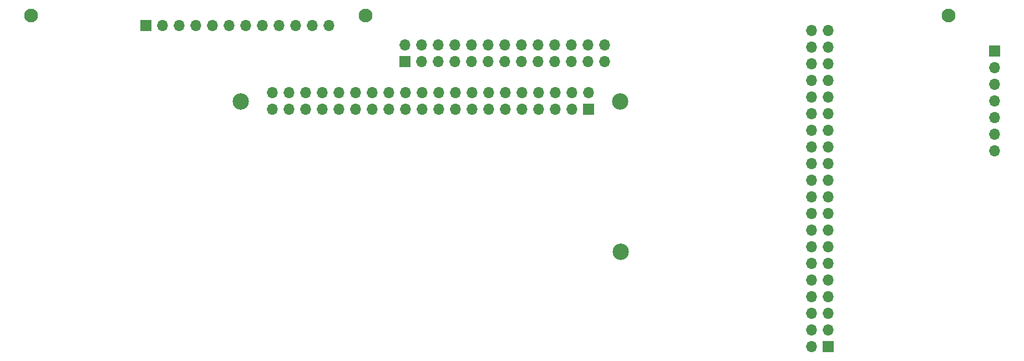
<source format=gbr>
%TF.GenerationSoftware,KiCad,Pcbnew,9.0.0*%
%TF.CreationDate,2025-04-14T10:18:26-04:00*%
%TF.ProjectId,centerPCB,63656e74-6572-4504-9342-2e6b69636164,rev?*%
%TF.SameCoordinates,Original*%
%TF.FileFunction,Soldermask,Bot*%
%TF.FilePolarity,Negative*%
%FSLAX46Y46*%
G04 Gerber Fmt 4.6, Leading zero omitted, Abs format (unit mm)*
G04 Created by KiCad (PCBNEW 9.0.0) date 2025-04-14 10:18:26*
%MOMM*%
%LPD*%
G01*
G04 APERTURE LIST*
%ADD10C,2.100000*%
%ADD11R,1.700000X1.700000*%
%ADD12O,1.700000X1.700000*%
%ADD13C,2.500000*%
G04 APERTURE END LIST*
D10*
%TO.C,H1*%
X60999900Y-55699900D03*
%TD*%
D11*
%TO.C,U2*%
X118000000Y-62740000D03*
D12*
X118000000Y-60200000D03*
X120540000Y-62740000D03*
X120540000Y-60200000D03*
X123080000Y-62740000D03*
X123080000Y-60200000D03*
X125620000Y-62740000D03*
X125620000Y-60200000D03*
X128160000Y-62740000D03*
X128160000Y-60200000D03*
X130700000Y-62740000D03*
X130700000Y-60200000D03*
X133240000Y-62740000D03*
X133240000Y-60200000D03*
X135780000Y-62740000D03*
X135780000Y-60200000D03*
X138320000Y-62740000D03*
X138320000Y-60200000D03*
X140860000Y-62740000D03*
X140860000Y-60200000D03*
X143400000Y-62740000D03*
X143400000Y-60200000D03*
X145940000Y-62740000D03*
X145940000Y-60200000D03*
X148480000Y-62740000D03*
X148480000Y-60200000D03*
%TD*%
D10*
%TO.C,H2*%
X112000000Y-55700000D03*
%TD*%
D11*
%TO.C,U3*%
X182600000Y-106300000D03*
D12*
X180060000Y-106300000D03*
X182600000Y-103760000D03*
X180060000Y-103760000D03*
X182600000Y-101220000D03*
X180060000Y-101220000D03*
X182600000Y-98680000D03*
X180060000Y-98680000D03*
X182600000Y-96140000D03*
X180060000Y-96140000D03*
X182600000Y-93600000D03*
X180060000Y-93600000D03*
X182600000Y-91060000D03*
X180060000Y-91060000D03*
X182600000Y-88520000D03*
X180060000Y-88520000D03*
X182600000Y-85980000D03*
X180060000Y-85980000D03*
X182600000Y-83440000D03*
X180060000Y-83440000D03*
X182600000Y-80900000D03*
X180060000Y-80900000D03*
X182600000Y-78360000D03*
X180060000Y-78360000D03*
X182600000Y-75820000D03*
X180060000Y-75820000D03*
X182600000Y-73280000D03*
X180060000Y-73280000D03*
X182600000Y-70740000D03*
X180060000Y-70740000D03*
X182600000Y-68200000D03*
X180060000Y-68200000D03*
X182600000Y-65660000D03*
X180060000Y-65660000D03*
X182600000Y-63120000D03*
X180060000Y-63120000D03*
X182600000Y-60580000D03*
X180060000Y-60580000D03*
X182600000Y-58040000D03*
X180060000Y-58040000D03*
%TD*%
D11*
%TO.C,J2*%
X78525000Y-57200000D03*
D12*
X81065000Y-57200000D03*
X83605000Y-57200000D03*
X86145000Y-57200000D03*
X88685000Y-57200000D03*
X91225000Y-57200000D03*
X93765000Y-57200000D03*
X96305000Y-57200000D03*
X98845000Y-57200000D03*
X101385000Y-57200000D03*
X103925000Y-57200000D03*
X106465000Y-57200000D03*
%TD*%
D11*
%TO.C,J1*%
X208000000Y-61160000D03*
D12*
X208000000Y-63700000D03*
X208000000Y-66240000D03*
X208000000Y-68780000D03*
X208000000Y-71320000D03*
X208000000Y-73860000D03*
X208000000Y-76400000D03*
%TD*%
D13*
%TO.C,H4*%
X151000000Y-91800000D03*
%TD*%
%TO.C,H6*%
X150900000Y-68800000D03*
%TD*%
D10*
%TO.C,H3*%
X201000000Y-55700000D03*
%TD*%
D13*
%TO.C,H5*%
X93000000Y-68800000D03*
%TD*%
D11*
%TO.C,U1*%
X146054100Y-70054000D03*
D12*
X146054100Y-67514000D03*
X143514100Y-70054000D03*
X143514100Y-67514000D03*
X140974100Y-70054000D03*
X140974100Y-67514000D03*
X138434100Y-70054000D03*
X138434100Y-67514000D03*
X135894100Y-70054000D03*
X135894100Y-67514000D03*
X133354100Y-70054000D03*
X133354100Y-67514000D03*
X130814100Y-70054000D03*
X130814100Y-67514000D03*
X128274100Y-70054000D03*
X128274100Y-67514000D03*
X125734100Y-70054000D03*
X125734100Y-67514000D03*
X123194100Y-70054000D03*
X123194100Y-67514000D03*
X120654100Y-70054000D03*
X120654100Y-67514000D03*
X118114100Y-70054000D03*
X118114100Y-67514000D03*
X115574100Y-70054000D03*
X115574100Y-67514000D03*
X113034100Y-70054000D03*
X113034100Y-67514000D03*
X110494100Y-70054000D03*
X110494100Y-67514000D03*
X107954100Y-70054000D03*
X107954100Y-67514000D03*
X105414100Y-70054000D03*
X105414100Y-67514000D03*
X102874100Y-70054000D03*
X102874100Y-67514000D03*
X100334100Y-70054000D03*
X100334100Y-67514000D03*
X97794100Y-70054000D03*
X97794100Y-67514000D03*
%TD*%
M02*

</source>
